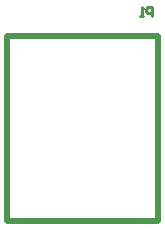
<source format=gbr>
%TF.GenerationSoftware,Altium Limited,Altium Designer,24.2.2 (26)*%
G04 Layer_Color=32896*
%FSLAX45Y45*%
%MOMM*%
%TF.SameCoordinates,B44B2995-802D-4FBC-A6AD-B2E30319FF36*%
%TF.FilePolarity,Positive*%
%TF.FileFunction,Legend,Bot*%
%TF.Part,Single*%
G01*
G75*
%TA.AperFunction,NonConductor*%
%ADD56C,0.51200*%
%ADD57C,0.25400*%
D56*
X4973400Y2388000D02*
Y3962000D01*
X6253400Y2388000D02*
Y3962000D01*
X4973400Y2388000D02*
X6253400D01*
X4973400Y3962000D02*
X6253400D01*
D57*
X6203967Y4126218D02*
Y4202393D01*
X6165879D01*
X6153183Y4189697D01*
Y4164306D01*
X6165879Y4151610D01*
X6203967D01*
X6127791Y4126218D02*
X6102399D01*
X6115095D01*
Y4202393D01*
X6127791Y4189697D01*
%TF.MD5,ae6f85d1a8ce7a9f40f98795a0651985*%
M02*

</source>
